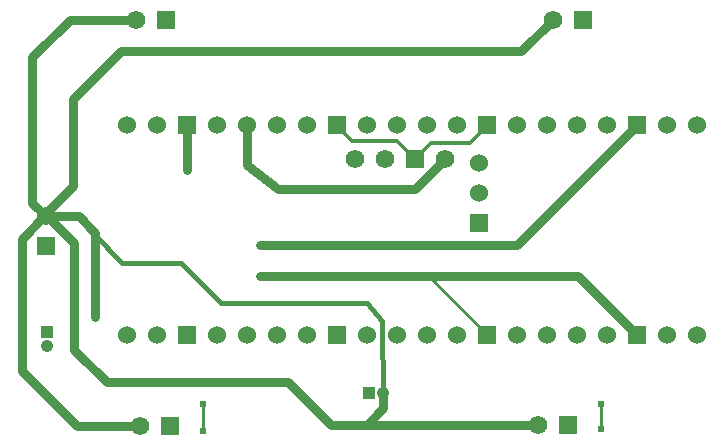
<source format=gbl>
G04 Layer: BottomLayer*
G04 EasyEDA v6.5.34, 2023-09-18 22:27:19*
G04 bc2ed7582af3402095bcfb090b7e3d1d,4f913e99b9844981aeab8c69eabd27f9,10*
G04 Gerber Generator version 0.2*
G04 Scale: 100 percent, Rotated: No, Reflected: No *
G04 Dimensions in millimeters *
G04 leading zeros omitted , absolute positions ,4 integer and 5 decimal *
%FSLAX45Y45*%
%MOMM*%

%ADD10C,0.4000*%
%ADD11C,0.8000*%
%ADD12C,0.3000*%
%ADD13C,0.2540*%
%ADD14R,1.5748X1.5748*%
%ADD15C,1.5748*%
%ADD16C,1.5240*%
%ADD17R,1.5240X1.5240*%
%ADD18C,1.0500*%
%ADD19R,1.0500X1.0500*%
%ADD20C,0.6200*%

%LPD*%
D10*
X3173984Y-3492500D02*
G01*
X3162300Y-2844800D01*
X3035300Y-2692400D01*
X1803400Y-2692400D01*
X1460500Y-2349500D01*
X965200Y-2349500D01*
X727202Y-2111502D01*
X736600Y-2111502D01*
D11*
X3173996Y-3454400D02*
G01*
X3173996Y-3582403D01*
X3035300Y-3721100D01*
X736600Y-2806700D02*
G01*
X736600Y-2095500D01*
X596900Y-1955800D01*
X317500Y-1955800D01*
X4483100Y-3721100D02*
G01*
X2730500Y-3721100D01*
X2367279Y-3357879D01*
X830579Y-3357879D01*
X558800Y-3086100D01*
X558800Y-2184400D01*
X330200Y-1955800D01*
X317500Y-1955800D01*
D12*
X2781300Y-1181100D02*
G01*
X2781300Y-1193800D01*
X2908300Y-1320800D01*
X3289300Y-1320800D01*
X3441700Y-1473200D01*
D13*
X4051300Y-2959100D02*
G01*
X3557270Y-2463800D01*
D11*
X5321300Y-2959100D02*
G01*
X4826000Y-2463800D01*
X2133600Y-2463800D01*
X1511300Y-1181100D02*
G01*
X1511300Y-1562100D01*
X4610100Y-292100D02*
G01*
X4343400Y-558800D01*
X952500Y-558800D01*
X546100Y-965200D01*
X546100Y-1701800D01*
X317500Y-1930400D01*
X317500Y-1955800D01*
X3695700Y-1473200D02*
G01*
X3441700Y-1727200D01*
X2286000Y-1727200D01*
X2019300Y-1524000D01*
X2019300Y-1181100D01*
X5321300Y-1181100D02*
G01*
X4305300Y-2197100D01*
X2133600Y-2197100D01*
X1117600Y-3733800D02*
G01*
X584200Y-3733800D01*
X114300Y-3263900D01*
X114300Y-2146300D01*
X304800Y-1955800D01*
X317500Y-1955800D01*
X1079500Y-292100D02*
G01*
X520700Y-292100D01*
X203200Y-609600D01*
X203200Y-1841500D01*
X317500Y-1955800D01*
D13*
X1651000Y-3771900D02*
G01*
X1651000Y-3543300D01*
D12*
X4051300Y-1181100D02*
G01*
X4051300Y-1193800D01*
X3911600Y-1333500D01*
X3581400Y-1333500D01*
X3441700Y-1473200D01*
D13*
X5016500Y-3759200D02*
G01*
X5016500Y-3543300D01*
D14*
G01*
X317500Y-2209800D03*
D15*
G01*
X317500Y-1955800D03*
G01*
X3695700Y-1473200D03*
D14*
G01*
X3441700Y-1473200D03*
D15*
G01*
X3187700Y-1473200D03*
G01*
X2933700Y-1473200D03*
G01*
X4483100Y-3721100D03*
D14*
G01*
X4737100Y-3721100D03*
D15*
G01*
X1117600Y-3733800D03*
D14*
G01*
X1371600Y-3733800D03*
D15*
G01*
X1079500Y-292100D03*
D14*
G01*
X1333500Y-292100D03*
D15*
G01*
X4610100Y-292100D03*
D14*
G01*
X4864100Y-292100D03*
D16*
G01*
X5829300Y-1181100D03*
G01*
X5575300Y-1181100D03*
D17*
G01*
X5321300Y-1181100D03*
D16*
G01*
X5067300Y-1181100D03*
G01*
X4813300Y-1181100D03*
G01*
X4559300Y-1181100D03*
G01*
X4305300Y-1181100D03*
D17*
G01*
X4051300Y-1181100D03*
D16*
G01*
X3797300Y-1181100D03*
G01*
X3543300Y-1181100D03*
G01*
X3289300Y-1181100D03*
G01*
X3035300Y-1181100D03*
D17*
G01*
X2781300Y-1181100D03*
D16*
G01*
X2527300Y-1181100D03*
G01*
X2273300Y-1181100D03*
G01*
X2019300Y-1181100D03*
G01*
X1765300Y-1181100D03*
D17*
G01*
X1511300Y-1181100D03*
D16*
G01*
X1257300Y-1181100D03*
G01*
X1003300Y-1181100D03*
G01*
X5829300Y-2959100D03*
G01*
X5575300Y-2959100D03*
D17*
G01*
X5321300Y-2959100D03*
D16*
G01*
X5067300Y-2959100D03*
G01*
X4813300Y-2959100D03*
G01*
X4559300Y-2959100D03*
G01*
X4305300Y-2959100D03*
D17*
G01*
X4051300Y-2959100D03*
D16*
G01*
X3797300Y-2959100D03*
G01*
X3543300Y-2959100D03*
G01*
X3289300Y-2959100D03*
G01*
X3035300Y-2959100D03*
D17*
G01*
X2781300Y-2959100D03*
D16*
G01*
X2527300Y-2959100D03*
G01*
X2273300Y-2959100D03*
G01*
X2019300Y-2959100D03*
G01*
X1765300Y-2959100D03*
D17*
G01*
X1511300Y-2959100D03*
D16*
G01*
X1257300Y-2959100D03*
G01*
X1003300Y-2959100D03*
G01*
X3986301Y-1757705D03*
G01*
X3986301Y-1503705D03*
D17*
G01*
X3986301Y-2011705D03*
D18*
G01*
X330200Y-3059709D03*
D19*
G01*
X330200Y-2934715D03*
D18*
G01*
X3173996Y-3454400D03*
D19*
G01*
X3049003Y-3454400D03*
D20*
G01*
X1651000Y-3771900D03*
G01*
X1651000Y-3543300D03*
G01*
X5016500Y-3759200D03*
G01*
X5016500Y-3543300D03*
G01*
X2220620Y-558800D03*
G01*
X2133600Y-2197100D03*
G01*
X1511300Y-1562100D03*
G01*
X2133600Y-2463800D03*
G01*
X736600Y-2806700D03*
G01*
X2781300Y-2197100D03*
G01*
X2781300Y-2465199D03*
M02*

</source>
